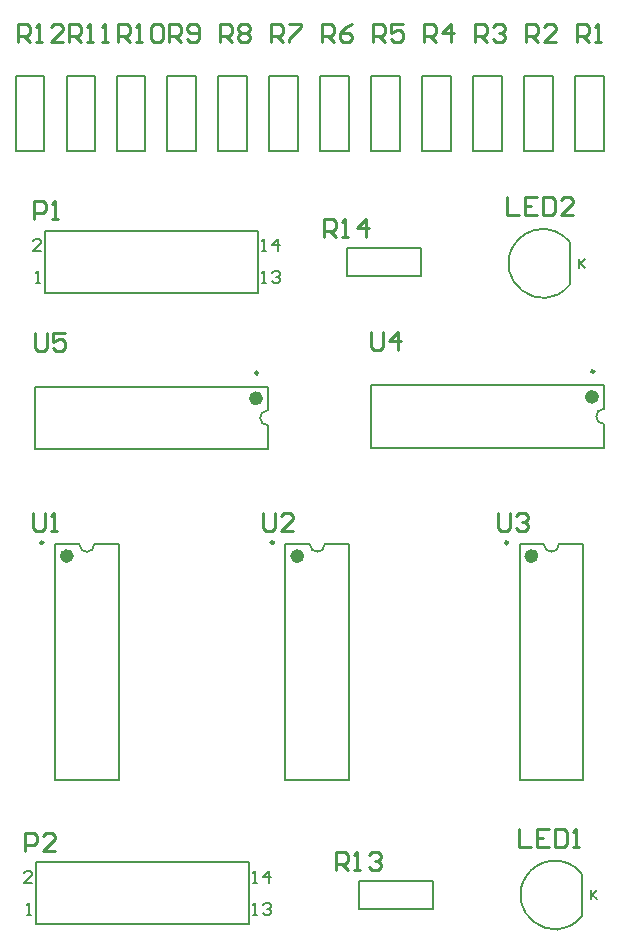
<source format=gbr>
%TF.GenerationSoftware,Altium Limited,Altium Designer,22.9.1 (49)*%
G04 Layer_Color=65535*
%FSLAX26Y26*%
%MOIN*%
%TF.SameCoordinates,9A4C5482-B669-49D6-A5E7-2A43E7F29E9E*%
%TF.FilePolarity,Positive*%
%TF.FileFunction,Legend,Top*%
%TF.Part,Single*%
G01*
G75*
%TA.AperFunction,NonConductor*%
%ADD34C,0.023622*%
%ADD35C,0.009842*%
%ADD36C,0.007874*%
%ADD37C,0.010000*%
%ADD38C,0.006000*%
D34*
X1344882Y3044331D02*
G03*
X1344882Y3044331I-11811J0D01*
G01*
X3095236Y3574961D02*
G03*
X3095236Y3574961I-11811J0D01*
G01*
X2113083Y3044331D02*
G03*
X2113083Y3044331I-11811J0D01*
G01*
X2893543D02*
G03*
X2893543Y3044331I-11811J0D01*
G01*
X1975236Y3569961D02*
G03*
X1975236Y3569961I-11811J0D01*
G01*
D35*
X1254921Y3089213D02*
G03*
X1254921Y3089213I-4921J0D01*
G01*
X3091102Y3660000D02*
G03*
X3091102Y3660000I-4921J0D01*
G01*
X2023122Y3089213D02*
G03*
X2023122Y3089213I-4921J0D01*
G01*
X2803583D02*
G03*
X2803583Y3089213I-4921J0D01*
G01*
X1971102Y3655000D02*
G03*
X1971102Y3655000I-4921J0D01*
G01*
D36*
X1375000Y3083701D02*
G03*
X1425000Y3083701I25000J0D01*
G01*
X3122795Y3535000D02*
G03*
X3122795Y3485000I0J-25000D01*
G01*
X3047710Y1988092D02*
G03*
X2862764Y1974839I-87710J-73092D01*
G01*
X2866724Y1980842D02*
G03*
X3048134Y1842419I93276J-65842D01*
G01*
X3007710Y4093092D02*
G03*
X2822764Y4079839I-87710J-73092D01*
G01*
X2826724Y4085842D02*
G03*
X3008134Y3947419I93276J-65842D01*
G01*
X2143201Y3083701D02*
G03*
X2193201Y3083701I25000J0D01*
G01*
X2923661D02*
G03*
X2973661Y3083701I25000J0D01*
G01*
X2002795Y3530000D02*
G03*
X2002795Y3480000I0J-25000D01*
G01*
X3027756Y4644016D02*
X3122244D01*
Y4395984D02*
Y4644016D01*
X3027756Y4395984D02*
Y4644016D01*
Y4395984D02*
X3122244D01*
X2857756Y4644016D02*
X2952244D01*
Y4395984D02*
Y4644016D01*
X2857756Y4395984D02*
Y4644016D01*
Y4395984D02*
X2952244D01*
X2687756Y4644016D02*
X2782244D01*
Y4395984D02*
Y4644016D01*
X2687756Y4395984D02*
Y4644016D01*
Y4395984D02*
X2782244D01*
X2517756Y4644016D02*
X2612244D01*
Y4395984D02*
Y4644016D01*
X2517756Y4395984D02*
Y4644016D01*
Y4395984D02*
X2612244D01*
X2347756Y4644016D02*
X2442244D01*
Y4395984D02*
Y4644016D01*
X2347756Y4395984D02*
Y4644016D01*
Y4395984D02*
X2442244D01*
X2177756Y4644016D02*
X2272244D01*
Y4395984D02*
Y4644016D01*
X2177756Y4395984D02*
Y4644016D01*
Y4395984D02*
X2272244D01*
X2007756Y4644016D02*
X2102244D01*
Y4395984D02*
Y4644016D01*
X2007756Y4395984D02*
Y4644016D01*
Y4395984D02*
X2102244D01*
X1837756Y4644016D02*
X1932244D01*
Y4395984D02*
Y4644016D01*
X1837756Y4395984D02*
Y4644016D01*
Y4395984D02*
X1932244D01*
X1667756Y4644016D02*
X1762244D01*
Y4395984D02*
Y4644016D01*
X1667756Y4395984D02*
Y4644016D01*
Y4395984D02*
X1762244D01*
X1499348Y4644016D02*
X1593836D01*
Y4395984D02*
Y4644016D01*
X1499348Y4395984D02*
Y4644016D01*
Y4395984D02*
X1593836D01*
X1333496Y4644016D02*
X1427984D01*
Y4395984D02*
Y4644016D01*
X1333496Y4395984D02*
Y4644016D01*
Y4395984D02*
X1427984D01*
X1163564Y4644016D02*
X1258052D01*
Y4395984D02*
Y4644016D01*
X1163564Y4395984D02*
Y4644016D01*
Y4395984D02*
X1258052D01*
X1293700Y2296300D02*
X1506300D01*
X1425000Y3083700D02*
X1506300D01*
X1293700D02*
X1375000D01*
X1506300Y2296300D02*
Y3083700D01*
X1293700Y2296300D02*
Y3083700D01*
X2347204Y3405670D02*
Y3614330D01*
X3122796Y3405670D02*
Y3485000D01*
Y3535000D02*
Y3614330D01*
X2347204Y3405670D02*
X3122796D01*
X2347204Y3614330D02*
X3122796D01*
X3050000Y1845000D02*
Y1985000D01*
X2305984Y1867756D02*
Y1962244D01*
X2554016D01*
X2305984Y1867756D02*
X2554016D01*
Y1962244D01*
X3010000Y3950000D02*
Y4090000D01*
X2265984Y3977756D02*
Y4072244D01*
X2514016D01*
X2265984Y3977756D02*
X2514016D01*
Y4072244D01*
X2061902Y2296300D02*
X2274500D01*
X2193202Y3083700D02*
X2274500D01*
X2061902D02*
X2143202D01*
X2274500Y2296300D02*
Y3083700D01*
X2061902Y2296300D02*
Y3083700D01*
X1970906Y3922048D02*
Y4127952D01*
X1259094D02*
X1970906D01*
X1259094Y3922048D02*
X1970906D01*
X1259094D02*
Y4127952D01*
X2842362Y2296300D02*
X3054960D01*
X2973662Y3083700D02*
X3054960D01*
X2842362D02*
X2923662D01*
X3054960Y2296300D02*
Y3083700D01*
X2842362Y2296300D02*
Y3083700D01*
X1227204Y3400670D02*
Y3609330D01*
X2002796Y3400670D02*
Y3480000D01*
Y3530000D02*
Y3609330D01*
X1227204Y3400670D02*
X2002796D01*
X1227204Y3609330D02*
X2002796D01*
X1940906Y1817048D02*
Y2022952D01*
X1229094D02*
X1940906D01*
X1229094Y1817048D02*
X1940906D01*
X1229094D02*
Y2022952D01*
D37*
X3033000Y4759000D02*
Y4818981D01*
X3062990D01*
X3072987Y4808984D01*
Y4788990D01*
X3062990Y4778993D01*
X3033000D01*
X3052994D02*
X3072987Y4759000D01*
X3092981D02*
X3112974D01*
X3102977D01*
Y4818981D01*
X3092981Y4808984D01*
X2863000Y4759000D02*
Y4818981D01*
X2892990D01*
X2902987Y4808984D01*
Y4788990D01*
X2892990Y4778993D01*
X2863000D01*
X2882994D02*
X2902987Y4759000D01*
X2962968D02*
X2922981D01*
X2962968Y4798987D01*
Y4808984D01*
X2952971Y4818981D01*
X2932977D01*
X2922981Y4808984D01*
X2693000Y4759000D02*
Y4818981D01*
X2722990D01*
X2732987Y4808984D01*
Y4788990D01*
X2722990Y4778993D01*
X2693000D01*
X2712994D02*
X2732987Y4759000D01*
X2752981Y4808984D02*
X2762977Y4818981D01*
X2782971D01*
X2792968Y4808984D01*
Y4798987D01*
X2782971Y4788990D01*
X2772974D01*
X2782971D01*
X2792968Y4778993D01*
Y4768997D01*
X2782971Y4759000D01*
X2762977D01*
X2752981Y4768997D01*
X2523000Y4759000D02*
Y4818981D01*
X2552990D01*
X2562987Y4808984D01*
Y4788990D01*
X2552990Y4778993D01*
X2523000D01*
X2542994D02*
X2562987Y4759000D01*
X2612971D02*
Y4818981D01*
X2582981Y4788990D01*
X2622968D01*
X2353000Y4759000D02*
Y4818981D01*
X2382990D01*
X2392987Y4808984D01*
Y4788990D01*
X2382990Y4778993D01*
X2353000D01*
X2372994D02*
X2392987Y4759000D01*
X2452968Y4818981D02*
X2412981D01*
Y4788990D01*
X2432974Y4798987D01*
X2442971D01*
X2452968Y4788990D01*
Y4768997D01*
X2442971Y4759000D01*
X2422977D01*
X2412981Y4768997D01*
X2183000Y4759000D02*
Y4818981D01*
X2212990D01*
X2222987Y4808984D01*
Y4788990D01*
X2212990Y4778993D01*
X2183000D01*
X2202994D02*
X2222987Y4759000D01*
X2282968Y4818981D02*
X2262974Y4808984D01*
X2242981Y4788990D01*
Y4768997D01*
X2252977Y4759000D01*
X2272971D01*
X2282968Y4768997D01*
Y4778993D01*
X2272971Y4788990D01*
X2242981D01*
X2013000Y4759000D02*
Y4818981D01*
X2042990D01*
X2052987Y4808984D01*
Y4788990D01*
X2042990Y4778993D01*
X2013000D01*
X2032994D02*
X2052987Y4759000D01*
X2072981Y4818981D02*
X2112968D01*
Y4808984D01*
X2072981Y4768997D01*
Y4759000D01*
X1843000D02*
Y4818981D01*
X1872990D01*
X1882987Y4808984D01*
Y4788990D01*
X1872990Y4778993D01*
X1843000D01*
X1862994D02*
X1882987Y4759000D01*
X1902981Y4808984D02*
X1912977Y4818981D01*
X1932971D01*
X1942968Y4808984D01*
Y4798987D01*
X1932971Y4788990D01*
X1942968Y4778993D01*
Y4768997D01*
X1932971Y4759000D01*
X1912977D01*
X1902981Y4768997D01*
Y4778993D01*
X1912977Y4788990D01*
X1902981Y4798987D01*
Y4808984D01*
X1912977Y4788990D02*
X1932971D01*
X1673000Y4759000D02*
Y4818981D01*
X1702990D01*
X1712987Y4808984D01*
Y4788990D01*
X1702990Y4778993D01*
X1673000D01*
X1692994D02*
X1712987Y4759000D01*
X1732981Y4768997D02*
X1742977Y4759000D01*
X1762971D01*
X1772968Y4768997D01*
Y4808984D01*
X1762971Y4818981D01*
X1742977D01*
X1732981Y4808984D01*
Y4798987D01*
X1742977Y4788990D01*
X1772968D01*
X1504000Y4759000D02*
Y4818981D01*
X1533990D01*
X1543987Y4808984D01*
Y4788990D01*
X1533990Y4778993D01*
X1504000D01*
X1523994D02*
X1543987Y4759000D01*
X1563981D02*
X1583974D01*
X1573977D01*
Y4818981D01*
X1563981Y4808984D01*
X1613964D02*
X1623961Y4818981D01*
X1643955D01*
X1653951Y4808984D01*
Y4768997D01*
X1643955Y4759000D01*
X1623961D01*
X1613964Y4768997D01*
Y4808984D01*
X1339000Y4759000D02*
Y4818981D01*
X1368990D01*
X1378987Y4808984D01*
Y4788990D01*
X1368990Y4778993D01*
X1339000D01*
X1358994D02*
X1378987Y4759000D01*
X1398981D02*
X1418974D01*
X1408977D01*
Y4818981D01*
X1398981Y4808984D01*
X1448964Y4759000D02*
X1468958D01*
X1458961D01*
Y4818981D01*
X1448964Y4808984D01*
X1169000Y4759000D02*
Y4818981D01*
X1198990D01*
X1208987Y4808984D01*
Y4788990D01*
X1198990Y4778993D01*
X1169000D01*
X1188994D02*
X1208987Y4759000D01*
X1228981D02*
X1248974D01*
X1238977D01*
Y4818981D01*
X1228981Y4808984D01*
X1318951Y4759000D02*
X1278964D01*
X1318951Y4798987D01*
Y4808984D01*
X1308955Y4818981D01*
X1288961D01*
X1278964Y4808984D01*
X1220000Y3188981D02*
Y3138997D01*
X1229997Y3129000D01*
X1249990D01*
X1259987Y3138997D01*
Y3188981D01*
X1279981Y3129000D02*
X1299974D01*
X1289977D01*
Y3188981D01*
X1279981Y3178984D01*
X2346000Y3791981D02*
Y3741997D01*
X2355997Y3732000D01*
X2375990D01*
X2385987Y3741997D01*
Y3791981D01*
X2435971Y3732000D02*
Y3791981D01*
X2405981Y3761990D01*
X2445968D01*
X2841000Y2134981D02*
Y2075000D01*
X2880987D01*
X2940968Y2134981D02*
X2900981D01*
Y2075000D01*
X2940968D01*
X2900981Y2104990D02*
X2920974D01*
X2960961Y2134981D02*
Y2075000D01*
X2990952D01*
X3000948Y2084997D01*
Y2124984D01*
X2990952Y2134981D01*
X2960961D01*
X3020942Y2075000D02*
X3040935D01*
X3030939D01*
Y2134981D01*
X3020942Y2124984D01*
X2231000Y1997000D02*
Y2056981D01*
X2260990D01*
X2270987Y2046984D01*
Y2026990D01*
X2260990Y2016994D01*
X2231000D01*
X2250994D02*
X2270987Y1997000D01*
X2290981D02*
X2310974D01*
X2300977D01*
Y2056981D01*
X2290981Y2046984D01*
X2340964D02*
X2350961Y2056981D01*
X2370955D01*
X2380952Y2046984D01*
Y2036987D01*
X2370955Y2026990D01*
X2360958D01*
X2370955D01*
X2380952Y2016994D01*
Y2006997D01*
X2370955Y1997000D01*
X2350961D01*
X2340964Y2006997D01*
X2801000Y4239981D02*
Y4180000D01*
X2840987D01*
X2900968Y4239981D02*
X2860981D01*
Y4180000D01*
X2900968D01*
X2860981Y4209990D02*
X2880974D01*
X2920961Y4239981D02*
Y4180000D01*
X2950952D01*
X2960948Y4189997D01*
Y4229984D01*
X2950952Y4239981D01*
X2920961D01*
X3020929Y4180000D02*
X2980942D01*
X3020929Y4219987D01*
Y4229984D01*
X3010932Y4239981D01*
X2990939D01*
X2980942Y4229984D01*
X2191000Y4107000D02*
Y4166981D01*
X2220990D01*
X2230987Y4156984D01*
Y4136990D01*
X2220990Y4126993D01*
X2191000D01*
X2210994D02*
X2230987Y4107000D01*
X2250981D02*
X2270974D01*
X2260977D01*
Y4166981D01*
X2250981Y4156984D01*
X2330955Y4107000D02*
Y4166981D01*
X2300964Y4136990D01*
X2340952D01*
X1988000Y3188981D02*
Y3138997D01*
X1997997Y3129000D01*
X2017990D01*
X2027987Y3138997D01*
Y3188981D01*
X2087968Y3129000D02*
X2047981D01*
X2087968Y3168987D01*
Y3178984D01*
X2077971Y3188981D01*
X2057977D01*
X2047981Y3178984D01*
X1223000Y4167000D02*
Y4226981D01*
X1252990D01*
X1262987Y4216984D01*
Y4196990D01*
X1252990Y4186993D01*
X1223000D01*
X1282981Y4167000D02*
X1302974D01*
X1292977D01*
Y4226981D01*
X1282981Y4216984D01*
X2769000Y3188981D02*
Y3138997D01*
X2778997Y3129000D01*
X2798990D01*
X2808987Y3138997D01*
Y3188981D01*
X2828981Y3178984D02*
X2838977Y3188981D01*
X2858971D01*
X2868968Y3178984D01*
Y3168987D01*
X2858971Y3158990D01*
X2848974D01*
X2858971D01*
X2868968Y3148994D01*
Y3138997D01*
X2858971Y3129000D01*
X2838977D01*
X2828981Y3138997D01*
X1226000Y3786981D02*
Y3736997D01*
X1235997Y3727000D01*
X1255990D01*
X1265987Y3736997D01*
Y3786981D01*
X1325968D02*
X1285981D01*
Y3756990D01*
X1305974Y3766987D01*
X1315971D01*
X1325968Y3756990D01*
Y3736997D01*
X1315971Y3727000D01*
X1295977D01*
X1285981Y3736997D01*
X1193000Y2062000D02*
Y2121981D01*
X1222990D01*
X1232987Y2111984D01*
Y2091990D01*
X1222990Y2081994D01*
X1193000D01*
X1292968Y2062000D02*
X1252981D01*
X1292968Y2101987D01*
Y2111984D01*
X1282971Y2121981D01*
X1262977D01*
X1252981Y2111984D01*
D38*
X3080000Y1929990D02*
Y1900000D01*
Y1909997D01*
X3099994Y1929990D01*
X3084998Y1914995D01*
X3099994Y1900000D01*
X3040000Y4034990D02*
Y4005000D01*
Y4014997D01*
X3059994Y4034990D01*
X3044998Y4019995D01*
X3059994Y4005000D01*
X1983110Y4060433D02*
X1996439D01*
X1989775D01*
Y4100420D01*
X1983110Y4093756D01*
X2036426Y4060433D02*
Y4100420D01*
X2016433Y4080427D01*
X2043091D01*
X1983110Y3954134D02*
X1996439D01*
X1989775D01*
Y3994121D01*
X1983110Y3987456D01*
X2016433D02*
X2023097Y3994121D01*
X2036426D01*
X2043091Y3987456D01*
Y3980792D01*
X2036426Y3974127D01*
X2029762D01*
X2036426D01*
X2043091Y3967463D01*
Y3960798D01*
X2036426Y3954134D01*
X2023097D01*
X2016433Y3960798D01*
X1245989Y4060433D02*
X1219331D01*
X1245989Y4087091D01*
Y4093756D01*
X1239324Y4100420D01*
X1225995D01*
X1219331Y4093756D01*
X1231142Y3954134D02*
X1244471D01*
X1237806D01*
Y3994121D01*
X1231142Y3987456D01*
X1953110Y1955433D02*
X1966439D01*
X1959775D01*
Y1995420D01*
X1953110Y1988756D01*
X2006426Y1955433D02*
Y1995420D01*
X1986433Y1975427D01*
X2013091D01*
X1953110Y1849134D02*
X1966439D01*
X1959775D01*
Y1889121D01*
X1953110Y1882457D01*
X1986433D02*
X1993097Y1889121D01*
X2006426D01*
X2013091Y1882457D01*
Y1875792D01*
X2006426Y1869127D01*
X1999762D01*
X2006426D01*
X2013091Y1862463D01*
Y1855798D01*
X2006426Y1849134D01*
X1993097D01*
X1986433Y1855798D01*
X1215989Y1955433D02*
X1189331D01*
X1215989Y1982091D01*
Y1988756D01*
X1209324Y1995420D01*
X1195995D01*
X1189331Y1988756D01*
X1201142Y1849134D02*
X1214471D01*
X1207806D01*
Y1889121D01*
X1201142Y1882457D01*
%TF.MD5,3c512244d5929a1dd362961c75a7cf7a*%
M02*

</source>
